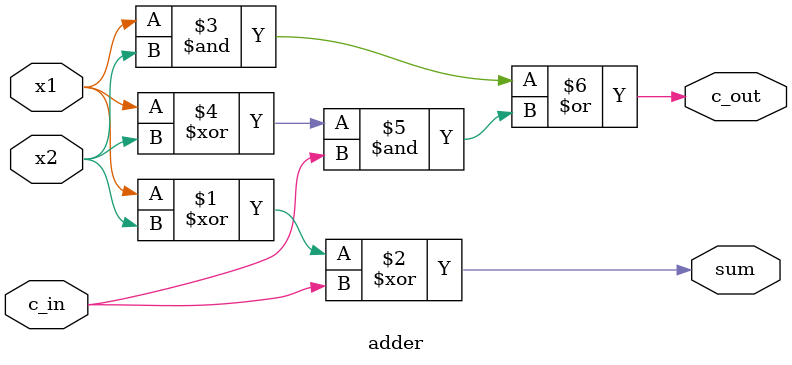
<source format=v>
module adder (input x1, input x2, input c_in, output sum, output c_out);
	assign
		sum = (x1^x2)^c_in;
	assign
		c_out = ( x1 & x2 ) | ( (x1^x2) & c_in );
endmodule

</source>
